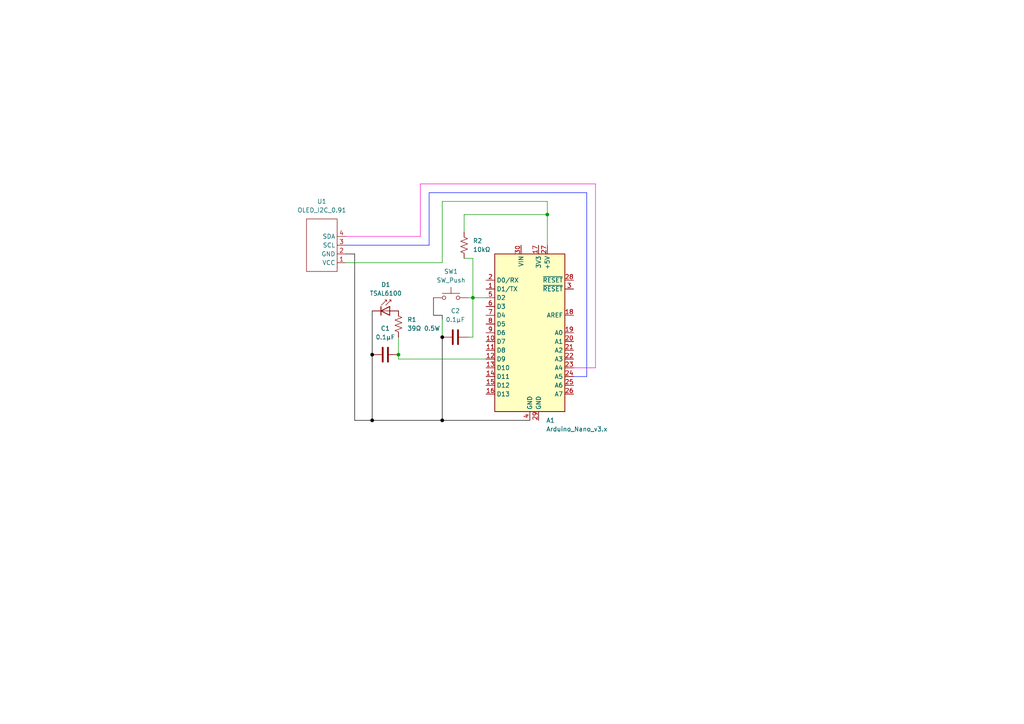
<source format=kicad_sch>
(kicad_sch
	(version 20231120)
	(generator "eeschema")
	(generator_version "8.0")
	(uuid "a19f8a81-6bb9-467e-90d9-70d5e85da9a6")
	(paper "A4")
	(title_block
		(title "IR Beacon")
	)
	(lib_symbols
		(symbol "Device:C"
			(pin_numbers hide)
			(pin_names
				(offset 0.254)
			)
			(exclude_from_sim no)
			(in_bom yes)
			(on_board yes)
			(property "Reference" "C"
				(at 0.635 2.54 0)
				(effects
					(font
						(size 1.27 1.27)
					)
					(justify left)
				)
			)
			(property "Value" "C"
				(at 0.635 -2.54 0)
				(effects
					(font
						(size 1.27 1.27)
					)
					(justify left)
				)
			)
			(property "Footprint" ""
				(at 0.9652 -3.81 0)
				(effects
					(font
						(size 1.27 1.27)
					)
					(hide yes)
				)
			)
			(property "Datasheet" "~"
				(at 0 0 0)
				(effects
					(font
						(size 1.27 1.27)
					)
					(hide yes)
				)
			)
			(property "Description" "Unpolarized capacitor"
				(at 0 0 0)
				(effects
					(font
						(size 1.27 1.27)
					)
					(hide yes)
				)
			)
			(property "ki_keywords" "cap capacitor"
				(at 0 0 0)
				(effects
					(font
						(size 1.27 1.27)
					)
					(hide yes)
				)
			)
			(property "ki_fp_filters" "C_*"
				(at 0 0 0)
				(effects
					(font
						(size 1.27 1.27)
					)
					(hide yes)
				)
			)
			(symbol "C_0_1"
				(polyline
					(pts
						(xy -2.032 -0.762) (xy 2.032 -0.762)
					)
					(stroke
						(width 0.508)
						(type default)
					)
					(fill
						(type none)
					)
				)
				(polyline
					(pts
						(xy -2.032 0.762) (xy 2.032 0.762)
					)
					(stroke
						(width 0.508)
						(type default)
					)
					(fill
						(type none)
					)
				)
			)
			(symbol "C_1_1"
				(pin passive line
					(at 0 3.81 270)
					(length 2.794)
					(name "~"
						(effects
							(font
								(size 1.27 1.27)
							)
						)
					)
					(number "1"
						(effects
							(font
								(size 1.27 1.27)
							)
						)
					)
				)
				(pin passive line
					(at 0 -3.81 90)
					(length 2.794)
					(name "~"
						(effects
							(font
								(size 1.27 1.27)
							)
						)
					)
					(number "2"
						(effects
							(font
								(size 1.27 1.27)
							)
						)
					)
				)
			)
		)
		(symbol "Device:R_US"
			(pin_numbers hide)
			(pin_names
				(offset 0)
			)
			(exclude_from_sim no)
			(in_bom yes)
			(on_board yes)
			(property "Reference" "R"
				(at 2.54 0 90)
				(effects
					(font
						(size 1.27 1.27)
					)
				)
			)
			(property "Value" "R_US"
				(at -2.54 0 90)
				(effects
					(font
						(size 1.27 1.27)
					)
				)
			)
			(property "Footprint" ""
				(at 1.016 -0.254 90)
				(effects
					(font
						(size 1.27 1.27)
					)
					(hide yes)
				)
			)
			(property "Datasheet" "~"
				(at 0 0 0)
				(effects
					(font
						(size 1.27 1.27)
					)
					(hide yes)
				)
			)
			(property "Description" "Resistor, US symbol"
				(at 0 0 0)
				(effects
					(font
						(size 1.27 1.27)
					)
					(hide yes)
				)
			)
			(property "ki_keywords" "R res resistor"
				(at 0 0 0)
				(effects
					(font
						(size 1.27 1.27)
					)
					(hide yes)
				)
			)
			(property "ki_fp_filters" "R_*"
				(at 0 0 0)
				(effects
					(font
						(size 1.27 1.27)
					)
					(hide yes)
				)
			)
			(symbol "R_US_0_1"
				(polyline
					(pts
						(xy 0 -2.286) (xy 0 -2.54)
					)
					(stroke
						(width 0)
						(type default)
					)
					(fill
						(type none)
					)
				)
				(polyline
					(pts
						(xy 0 2.286) (xy 0 2.54)
					)
					(stroke
						(width 0)
						(type default)
					)
					(fill
						(type none)
					)
				)
				(polyline
					(pts
						(xy 0 -0.762) (xy 1.016 -1.143) (xy 0 -1.524) (xy -1.016 -1.905) (xy 0 -2.286)
					)
					(stroke
						(width 0)
						(type default)
					)
					(fill
						(type none)
					)
				)
				(polyline
					(pts
						(xy 0 0.762) (xy 1.016 0.381) (xy 0 0) (xy -1.016 -0.381) (xy 0 -0.762)
					)
					(stroke
						(width 0)
						(type default)
					)
					(fill
						(type none)
					)
				)
				(polyline
					(pts
						(xy 0 2.286) (xy 1.016 1.905) (xy 0 1.524) (xy -1.016 1.143) (xy 0 0.762)
					)
					(stroke
						(width 0)
						(type default)
					)
					(fill
						(type none)
					)
				)
			)
			(symbol "R_US_1_1"
				(pin passive line
					(at 0 3.81 270)
					(length 1.27)
					(name "~"
						(effects
							(font
								(size 1.27 1.27)
							)
						)
					)
					(number "1"
						(effects
							(font
								(size 1.27 1.27)
							)
						)
					)
				)
				(pin passive line
					(at 0 -3.81 90)
					(length 1.27)
					(name "~"
						(effects
							(font
								(size 1.27 1.27)
							)
						)
					)
					(number "2"
						(effects
							(font
								(size 1.27 1.27)
							)
						)
					)
				)
			)
		)
		(symbol "KB:OLED_I2C"
			(exclude_from_sim no)
			(in_bom yes)
			(on_board yes)
			(property "Reference" "U"
				(at 1.27 -3.81 0)
				(effects
					(font
						(size 1.27 1.27)
					)
				)
			)
			(property "Value" "OLED_I2C_0.91"
				(at -7.112 8.636 0)
				(effects
					(font
						(size 1.27 1.27)
					)
				)
			)
			(property "Footprint" ""
				(at 1.27 -3.81 0)
				(effects
					(font
						(size 1.27 1.27)
					)
					(hide yes)
				)
			)
			(property "Datasheet" ""
				(at 1.27 -3.81 0)
				(effects
					(font
						(size 1.27 1.27)
					)
					(hide yes)
				)
			)
			(property "Description" "0.91\" I2C OLED Display Module"
				(at -5.334 10.922 0)
				(effects
					(font
						(size 1.27 1.27)
					)
					(hide yes)
				)
			)
			(property "ki_locked" ""
				(at 0 0 0)
				(effects
					(font
						(size 1.27 1.27)
					)
				)
			)
			(property "ki_keywords" "OLED display I2C SSD1306"
				(at 0 0 0)
				(effects
					(font
						(size 1.27 1.27)
					)
					(hide yes)
				)
			)
			(symbol "OLED_I2C_1_1"
				(rectangle
					(start -11.43 7.62)
					(end -2.54 -7.62)
					(stroke
						(width 0)
						(type default)
					)
					(fill
						(type none)
					)
				)
				(pin power_in line
					(at 0 -5.08 180)
					(length 2.54)
					(name "VCC"
						(effects
							(font
								(size 1.27 1.27)
							)
						)
					)
					(number "1"
						(effects
							(font
								(size 1.27 1.27)
							)
						)
					)
				)
				(pin power_in line
					(at 0 -2.54 180)
					(length 2.54)
					(name "GND"
						(effects
							(font
								(size 1.27 1.27)
							)
						)
					)
					(number "2"
						(effects
							(font
								(size 1.27 1.27)
							)
						)
					)
				)
				(pin input line
					(at 0 0 180)
					(length 2.54)
					(name "SCL"
						(effects
							(font
								(size 1.27 1.27)
							)
						)
					)
					(number "3"
						(effects
							(font
								(size 1.27 1.27)
							)
						)
					)
				)
				(pin bidirectional line
					(at 0 2.54 180)
					(length 2.54)
					(name "SDA"
						(effects
							(font
								(size 1.27 1.27)
							)
						)
					)
					(number "4"
						(effects
							(font
								(size 1.27 1.27)
							)
						)
					)
				)
			)
		)
		(symbol "LED:TSAL4400"
			(pin_numbers hide)
			(pin_names
				(offset 1.016) hide)
			(exclude_from_sim no)
			(in_bom yes)
			(on_board yes)
			(property "Reference" "D"
				(at 0.508 1.778 0)
				(effects
					(font
						(size 1.27 1.27)
					)
					(justify left)
				)
			)
			(property "Value" "TSAL4400"
				(at -1.016 -2.794 0)
				(effects
					(font
						(size 1.27 1.27)
					)
				)
			)
			(property "Footprint" "LED_THT:LED_D3.0mm_IRBlack"
				(at 0 4.445 0)
				(effects
					(font
						(size 1.27 1.27)
					)
					(hide yes)
				)
			)
			(property "Datasheet" "http://www.vishay.com/docs/81006/tsal4400.pdf"
				(at -1.27 0 0)
				(effects
					(font
						(size 1.27 1.27)
					)
					(hide yes)
				)
			)
			(property "Description" "Infrared LED , 3mm LED package"
				(at 0 0 0)
				(effects
					(font
						(size 1.27 1.27)
					)
					(hide yes)
				)
			)
			(property "ki_keywords" "opto IR LED"
				(at 0 0 0)
				(effects
					(font
						(size 1.27 1.27)
					)
					(hide yes)
				)
			)
			(property "ki_fp_filters" "LED*3.0mm*IRBlack*"
				(at 0 0 0)
				(effects
					(font
						(size 1.27 1.27)
					)
					(hide yes)
				)
			)
			(symbol "TSAL4400_0_1"
				(polyline
					(pts
						(xy -2.54 1.27) (xy -2.54 -1.27)
					)
					(stroke
						(width 0.254)
						(type default)
					)
					(fill
						(type none)
					)
				)
				(polyline
					(pts
						(xy 0 0) (xy -2.54 0)
					)
					(stroke
						(width 0)
						(type default)
					)
					(fill
						(type none)
					)
				)
				(polyline
					(pts
						(xy 0.381 3.175) (xy -0.127 3.175)
					)
					(stroke
						(width 0)
						(type default)
					)
					(fill
						(type none)
					)
				)
				(polyline
					(pts
						(xy -1.143 1.651) (xy 0.381 3.175) (xy 0.381 2.667)
					)
					(stroke
						(width 0)
						(type default)
					)
					(fill
						(type none)
					)
				)
				(polyline
					(pts
						(xy 0 1.27) (xy -2.54 0) (xy 0 -1.27) (xy 0 1.27)
					)
					(stroke
						(width 0.254)
						(type default)
					)
					(fill
						(type none)
					)
				)
				(polyline
					(pts
						(xy -2.413 1.651) (xy -0.889 3.175) (xy -0.889 2.667) (xy -0.889 3.175) (xy -1.397 3.175)
					)
					(stroke
						(width 0)
						(type default)
					)
					(fill
						(type none)
					)
				)
			)
			(symbol "TSAL4400_1_1"
				(pin passive line
					(at -5.08 0 0)
					(length 2.54)
					(name "K"
						(effects
							(font
								(size 1.27 1.27)
							)
						)
					)
					(number "1"
						(effects
							(font
								(size 1.27 1.27)
							)
						)
					)
				)
				(pin passive line
					(at 2.54 0 180)
					(length 2.54)
					(name "A"
						(effects
							(font
								(size 1.27 1.27)
							)
						)
					)
					(number "2"
						(effects
							(font
								(size 1.27 1.27)
							)
						)
					)
				)
			)
		)
		(symbol "MCU_Module:Arduino_Nano_v3.x"
			(exclude_from_sim no)
			(in_bom yes)
			(on_board yes)
			(property "Reference" "A"
				(at -10.16 23.495 0)
				(effects
					(font
						(size 1.27 1.27)
					)
					(justify left bottom)
				)
			)
			(property "Value" "Arduino_Nano_v3.x"
				(at 5.08 -24.13 0)
				(effects
					(font
						(size 1.27 1.27)
					)
					(justify left top)
				)
			)
			(property "Footprint" "Module:Arduino_Nano"
				(at 0 0 0)
				(effects
					(font
						(size 1.27 1.27)
						(italic yes)
					)
					(hide yes)
				)
			)
			(property "Datasheet" "http://www.mouser.com/pdfdocs/Gravitech_Arduino_Nano3_0.pdf"
				(at 0 0 0)
				(effects
					(font
						(size 1.27 1.27)
					)
					(hide yes)
				)
			)
			(property "Description" "Arduino Nano v3.x"
				(at 0 0 0)
				(effects
					(font
						(size 1.27 1.27)
					)
					(hide yes)
				)
			)
			(property "ki_keywords" "Arduino nano microcontroller module USB"
				(at 0 0 0)
				(effects
					(font
						(size 1.27 1.27)
					)
					(hide yes)
				)
			)
			(property "ki_fp_filters" "Arduino*Nano*"
				(at 0 0 0)
				(effects
					(font
						(size 1.27 1.27)
					)
					(hide yes)
				)
			)
			(symbol "Arduino_Nano_v3.x_0_1"
				(rectangle
					(start -10.16 22.86)
					(end 10.16 -22.86)
					(stroke
						(width 0.254)
						(type default)
					)
					(fill
						(type background)
					)
				)
			)
			(symbol "Arduino_Nano_v3.x_1_1"
				(pin bidirectional line
					(at -12.7 12.7 0)
					(length 2.54)
					(name "D1/TX"
						(effects
							(font
								(size 1.27 1.27)
							)
						)
					)
					(number "1"
						(effects
							(font
								(size 1.27 1.27)
							)
						)
					)
				)
				(pin bidirectional line
					(at -12.7 -2.54 0)
					(length 2.54)
					(name "D7"
						(effects
							(font
								(size 1.27 1.27)
							)
						)
					)
					(number "10"
						(effects
							(font
								(size 1.27 1.27)
							)
						)
					)
				)
				(pin bidirectional line
					(at -12.7 -5.08 0)
					(length 2.54)
					(name "D8"
						(effects
							(font
								(size 1.27 1.27)
							)
						)
					)
					(number "11"
						(effects
							(font
								(size 1.27 1.27)
							)
						)
					)
				)
				(pin bidirectional line
					(at -12.7 -7.62 0)
					(length 2.54)
					(name "D9"
						(effects
							(font
								(size 1.27 1.27)
							)
						)
					)
					(number "12"
						(effects
							(font
								(size 1.27 1.27)
							)
						)
					)
				)
				(pin bidirectional line
					(at -12.7 -10.16 0)
					(length 2.54)
					(name "D10"
						(effects
							(font
								(size 1.27 1.27)
							)
						)
					)
					(number "13"
						(effects
							(font
								(size 1.27 1.27)
							)
						)
					)
				)
				(pin bidirectional line
					(at -12.7 -12.7 0)
					(length 2.54)
					(name "D11"
						(effects
							(font
								(size 1.27 1.27)
							)
						)
					)
					(number "14"
						(effects
							(font
								(size 1.27 1.27)
							)
						)
					)
				)
				(pin bidirectional line
					(at -12.7 -15.24 0)
					(length 2.54)
					(name "D12"
						(effects
							(font
								(size 1.27 1.27)
							)
						)
					)
					(number "15"
						(effects
							(font
								(size 1.27 1.27)
							)
						)
					)
				)
				(pin bidirectional line
					(at -12.7 -17.78 0)
					(length 2.54)
					(name "D13"
						(effects
							(font
								(size 1.27 1.27)
							)
						)
					)
					(number "16"
						(effects
							(font
								(size 1.27 1.27)
							)
						)
					)
				)
				(pin power_out line
					(at 2.54 25.4 270)
					(length 2.54)
					(name "3V3"
						(effects
							(font
								(size 1.27 1.27)
							)
						)
					)
					(number "17"
						(effects
							(font
								(size 1.27 1.27)
							)
						)
					)
				)
				(pin input line
					(at 12.7 5.08 180)
					(length 2.54)
					(name "AREF"
						(effects
							(font
								(size 1.27 1.27)
							)
						)
					)
					(number "18"
						(effects
							(font
								(size 1.27 1.27)
							)
						)
					)
				)
				(pin bidirectional line
					(at 12.7 0 180)
					(length 2.54)
					(name "A0"
						(effects
							(font
								(size 1.27 1.27)
							)
						)
					)
					(number "19"
						(effects
							(font
								(size 1.27 1.27)
							)
						)
					)
				)
				(pin bidirectional line
					(at -12.7 15.24 0)
					(length 2.54)
					(name "D0/RX"
						(effects
							(font
								(size 1.27 1.27)
							)
						)
					)
					(number "2"
						(effects
							(font
								(size 1.27 1.27)
							)
						)
					)
				)
				(pin bidirectional line
					(at 12.7 -2.54 180)
					(length 2.54)
					(name "A1"
						(effects
							(font
								(size 1.27 1.27)
							)
						)
					)
					(number "20"
						(effects
							(font
								(size 1.27 1.27)
							)
						)
					)
				)
				(pin bidirectional line
					(at 12.7 -5.08 180)
					(length 2.54)
					(name "A2"
						(effects
							(font
								(size 1.27 1.27)
							)
						)
					)
					(number "21"
						(effects
							(font
								(size 1.27 1.27)
							)
						)
					)
				)
				(pin bidirectional line
					(at 12.7 -7.62 180)
					(length 2.54)
					(name "A3"
						(effects
							(font
								(size 1.27 1.27)
							)
						)
					)
					(number "22"
						(effects
							(font
								(size 1.27 1.27)
							)
						)
					)
				)
				(pin bidirectional line
					(at 12.7 -10.16 180)
					(length 2.54)
					(name "A4"
						(effects
							(font
								(size 1.27 1.27)
							)
						)
					)
					(number "23"
						(effects
							(font
								(size 1.27 1.27)
							)
						)
					)
				)
				(pin bidirectional line
					(at 12.7 -12.7 180)
					(length 2.54)
					(name "A5"
						(effects
							(font
								(size 1.27 1.27)
							)
						)
					)
					(number "24"
						(effects
							(font
								(size 1.27 1.27)
							)
						)
					)
				)
				(pin bidirectional line
					(at 12.7 -15.24 180)
					(length 2.54)
					(name "A6"
						(effects
							(font
								(size 1.27 1.27)
							)
						)
					)
					(number "25"
						(effects
							(font
								(size 1.27 1.27)
							)
						)
					)
				)
				(pin bidirectional line
					(at 12.7 -17.78 180)
					(length 2.54)
					(name "A7"
						(effects
							(font
								(size 1.27 1.27)
							)
						)
					)
					(number "26"
						(effects
							(font
								(size 1.27 1.27)
							)
						)
					)
				)
				(pin power_out line
					(at 5.08 25.4 270)
					(length 2.54)
					(name "+5V"
						(effects
							(font
								(size 1.27 1.27)
							)
						)
					)
					(number "27"
						(effects
							(font
								(size 1.27 1.27)
							)
						)
					)
				)
				(pin input line
					(at 12.7 15.24 180)
					(length 2.54)
					(name "~{RESET}"
						(effects
							(font
								(size 1.27 1.27)
							)
						)
					)
					(number "28"
						(effects
							(font
								(size 1.27 1.27)
							)
						)
					)
				)
				(pin power_in line
					(at 2.54 -25.4 90)
					(length 2.54)
					(name "GND"
						(effects
							(font
								(size 1.27 1.27)
							)
						)
					)
					(number "29"
						(effects
							(font
								(size 1.27 1.27)
							)
						)
					)
				)
				(pin input line
					(at 12.7 12.7 180)
					(length 2.54)
					(name "~{RESET}"
						(effects
							(font
								(size 1.27 1.27)
							)
						)
					)
					(number "3"
						(effects
							(font
								(size 1.27 1.27)
							)
						)
					)
				)
				(pin power_in line
					(at -2.54 25.4 270)
					(length 2.54)
					(name "VIN"
						(effects
							(font
								(size 1.27 1.27)
							)
						)
					)
					(number "30"
						(effects
							(font
								(size 1.27 1.27)
							)
						)
					)
				)
				(pin power_in line
					(at 0 -25.4 90)
					(length 2.54)
					(name "GND"
						(effects
							(font
								(size 1.27 1.27)
							)
						)
					)
					(number "4"
						(effects
							(font
								(size 1.27 1.27)
							)
						)
					)
				)
				(pin bidirectional line
					(at -12.7 10.16 0)
					(length 2.54)
					(name "D2"
						(effects
							(font
								(size 1.27 1.27)
							)
						)
					)
					(number "5"
						(effects
							(font
								(size 1.27 1.27)
							)
						)
					)
				)
				(pin bidirectional line
					(at -12.7 7.62 0)
					(length 2.54)
					(name "D3"
						(effects
							(font
								(size 1.27 1.27)
							)
						)
					)
					(number "6"
						(effects
							(font
								(size 1.27 1.27)
							)
						)
					)
				)
				(pin bidirectional line
					(at -12.7 5.08 0)
					(length 2.54)
					(name "D4"
						(effects
							(font
								(size 1.27 1.27)
							)
						)
					)
					(number "7"
						(effects
							(font
								(size 1.27 1.27)
							)
						)
					)
				)
				(pin bidirectional line
					(at -12.7 2.54 0)
					(length 2.54)
					(name "D5"
						(effects
							(font
								(size 1.27 1.27)
							)
						)
					)
					(number "8"
						(effects
							(font
								(size 1.27 1.27)
							)
						)
					)
				)
				(pin bidirectional line
					(at -12.7 0 0)
					(length 2.54)
					(name "D6"
						(effects
							(font
								(size 1.27 1.27)
							)
						)
					)
					(number "9"
						(effects
							(font
								(size 1.27 1.27)
							)
						)
					)
				)
			)
		)
		(symbol "Switch:SW_Push"
			(pin_numbers hide)
			(pin_names
				(offset 1.016) hide)
			(exclude_from_sim no)
			(in_bom yes)
			(on_board yes)
			(property "Reference" "SW"
				(at 1.27 2.54 0)
				(effects
					(font
						(size 1.27 1.27)
					)
					(justify left)
				)
			)
			(property "Value" "SW_Push"
				(at 0 -1.524 0)
				(effects
					(font
						(size 1.27 1.27)
					)
				)
			)
			(property "Footprint" ""
				(at 0 5.08 0)
				(effects
					(font
						(size 1.27 1.27)
					)
					(hide yes)
				)
			)
			(property "Datasheet" "~"
				(at 0 5.08 0)
				(effects
					(font
						(size 1.27 1.27)
					)
					(hide yes)
				)
			)
			(property "Description" "Push button switch, generic, two pins"
				(at 0 0 0)
				(effects
					(font
						(size 1.27 1.27)
					)
					(hide yes)
				)
			)
			(property "ki_keywords" "switch normally-open pushbutton push-button"
				(at 0 0 0)
				(effects
					(font
						(size 1.27 1.27)
					)
					(hide yes)
				)
			)
			(symbol "SW_Push_0_1"
				(circle
					(center -2.032 0)
					(radius 0.508)
					(stroke
						(width 0)
						(type default)
					)
					(fill
						(type none)
					)
				)
				(polyline
					(pts
						(xy 0 1.27) (xy 0 3.048)
					)
					(stroke
						(width 0)
						(type default)
					)
					(fill
						(type none)
					)
				)
				(polyline
					(pts
						(xy 2.54 1.27) (xy -2.54 1.27)
					)
					(stroke
						(width 0)
						(type default)
					)
					(fill
						(type none)
					)
				)
				(circle
					(center 2.032 0)
					(radius 0.508)
					(stroke
						(width 0)
						(type default)
					)
					(fill
						(type none)
					)
				)
				(pin passive line
					(at -5.08 0 0)
					(length 2.54)
					(name "1"
						(effects
							(font
								(size 1.27 1.27)
							)
						)
					)
					(number "1"
						(effects
							(font
								(size 1.27 1.27)
							)
						)
					)
				)
				(pin passive line
					(at 5.08 0 180)
					(length 2.54)
					(name "2"
						(effects
							(font
								(size 1.27 1.27)
							)
						)
					)
					(number "2"
						(effects
							(font
								(size 1.27 1.27)
							)
						)
					)
				)
			)
		)
	)
	(junction
		(at 107.95 102.87)
		(diameter 0)
		(color 0 0 0 1)
		(uuid "1039e24c-0337-4787-9998-9e57d5724aa3")
	)
	(junction
		(at 128.27 97.79)
		(diameter 0)
		(color 0 0 0 1)
		(uuid "423b64b4-53a1-47a9-aa4b-979f337feec1")
	)
	(junction
		(at 128.27 121.92)
		(diameter 0)
		(color 0 0 0 1)
		(uuid "548b4f0e-b40b-4ac8-b401-82ecacd31460")
	)
	(junction
		(at 158.75 62.23)
		(diameter 0)
		(color 0 0 0 0)
		(uuid "c6573f6c-3f78-4514-b4fb-837509bfd8f5")
	)
	(junction
		(at 115.57 102.87)
		(diameter 0)
		(color 0 0 0 0)
		(uuid "cd257ee9-de10-4ab5-ae73-60301b71470d")
	)
	(junction
		(at 137.16 86.36)
		(diameter 0)
		(color 0 0 0 0)
		(uuid "f08c9050-c9d1-43ce-872d-69ef1e3fa40d")
	)
	(junction
		(at 107.95 121.92)
		(diameter 0)
		(color 0 0 0 1)
		(uuid "f4128ea3-3474-4d5d-800b-f9c138c1f003")
	)
	(wire
		(pts
			(xy 170.18 55.88) (xy 124.46 55.88)
		)
		(stroke
			(width 0)
			(type default)
			(color 0 16 255 1)
		)
		(uuid "03fbc27d-a84e-4ef1-b6c6-52ff6447b4dd")
	)
	(wire
		(pts
			(xy 128.27 91.44) (xy 128.27 97.79)
		)
		(stroke
			(width 0)
			(type default)
			(color 0 0 0 1)
		)
		(uuid "07b0d3f9-d43e-4f3c-a056-24ff47cb3191")
	)
	(wire
		(pts
			(xy 158.75 58.42) (xy 158.75 62.23)
		)
		(stroke
			(width 0)
			(type default)
		)
		(uuid "0e5ec35b-740c-4a42-a57a-b7c4dafb1c83")
	)
	(wire
		(pts
			(xy 135.89 97.79) (xy 137.16 97.79)
		)
		(stroke
			(width 0)
			(type default)
		)
		(uuid "100e3668-78c1-4f27-bcd6-927162b01783")
	)
	(wire
		(pts
			(xy 128.27 121.92) (xy 153.67 121.92)
		)
		(stroke
			(width 0)
			(type default)
			(color 0 0 0 1)
		)
		(uuid "1435beea-0fc9-4bea-8843-ae0e88e996bc")
	)
	(wire
		(pts
			(xy 137.16 74.93) (xy 134.62 74.93)
		)
		(stroke
			(width 0)
			(type default)
		)
		(uuid "18f39c04-a13b-4538-823a-b90bd623a013")
	)
	(wire
		(pts
			(xy 140.97 104.14) (xy 115.57 104.14)
		)
		(stroke
			(width 0)
			(type default)
		)
		(uuid "2907116d-349b-4b5b-a7e3-537a51db7ba2")
	)
	(wire
		(pts
			(xy 137.16 86.36) (xy 140.97 86.36)
		)
		(stroke
			(width 0)
			(type default)
		)
		(uuid "2a9f48ab-7898-4d78-8b04-f4a034f8bb6c")
	)
	(wire
		(pts
			(xy 134.62 67.31) (xy 134.62 62.23)
		)
		(stroke
			(width 0)
			(type default)
		)
		(uuid "2be19d1c-1a3e-4ecd-8535-8bcfc29c552e")
	)
	(wire
		(pts
			(xy 100.33 71.12) (xy 124.46 71.12)
		)
		(stroke
			(width 0)
			(type default)
			(color 0 16 255 1)
		)
		(uuid "3a437c94-859d-4a7e-b399-2c28e85b1107")
	)
	(wire
		(pts
			(xy 121.92 53.34) (xy 121.92 68.58)
		)
		(stroke
			(width 0)
			(type default)
			(color 255 0 210 1)
		)
		(uuid "4a766eef-5f94-44d4-9cca-19bc6da7b834")
	)
	(wire
		(pts
			(xy 125.73 91.44) (xy 128.27 91.44)
		)
		(stroke
			(width 0)
			(type default)
			(color 0 0 0 1)
		)
		(uuid "4df67c3e-eee3-49ad-9f45-40dca6a31564")
	)
	(wire
		(pts
			(xy 137.16 86.36) (xy 137.16 74.93)
		)
		(stroke
			(width 0)
			(type default)
		)
		(uuid "607b417f-27e4-4bc2-9a23-afcd4f13058d")
	)
	(wire
		(pts
			(xy 100.33 76.2) (xy 128.27 76.2)
		)
		(stroke
			(width 0)
			(type default)
		)
		(uuid "71c55f28-5898-477e-b2fa-91b5451d18bf")
	)
	(wire
		(pts
			(xy 134.62 62.23) (xy 158.75 62.23)
		)
		(stroke
			(width 0)
			(type default)
		)
		(uuid "732d559a-531a-4a80-bd3c-1468b7911b00")
	)
	(wire
		(pts
			(xy 124.46 55.88) (xy 124.46 71.12)
		)
		(stroke
			(width 0)
			(type default)
			(color 0 16 255 1)
		)
		(uuid "7fde93c5-b7bd-410d-bf3f-0074c87ff0cf")
	)
	(wire
		(pts
			(xy 170.18 109.22) (xy 170.18 55.88)
		)
		(stroke
			(width 0)
			(type default)
			(color 0 16 255 1)
		)
		(uuid "85bffda2-a850-4266-bb32-3dea46676666")
	)
	(wire
		(pts
			(xy 107.95 102.87) (xy 107.95 121.92)
		)
		(stroke
			(width 0)
			(type default)
			(color 0 0 0 1)
		)
		(uuid "8b75e5b3-5007-45e2-ba86-c6d89cd0423f")
	)
	(wire
		(pts
			(xy 128.27 97.79) (xy 128.27 121.92)
		)
		(stroke
			(width 0)
			(type default)
			(color 0 0 0 1)
		)
		(uuid "8e609e24-d779-4b65-a1bb-83d22a677d95")
	)
	(wire
		(pts
			(xy 172.72 53.34) (xy 121.92 53.34)
		)
		(stroke
			(width 0)
			(type default)
			(color 255 0 210 1)
		)
		(uuid "8ea1b6fb-c0b4-4d67-8f0c-dd9d40fe202b")
	)
	(wire
		(pts
			(xy 102.87 73.66) (xy 102.87 121.92)
		)
		(stroke
			(width 0)
			(type default)
			(color 0 0 0 1)
		)
		(uuid "933411dd-d5d0-4dc1-8724-db874455f1eb")
	)
	(wire
		(pts
			(xy 107.95 121.92) (xy 128.27 121.92)
		)
		(stroke
			(width 0)
			(type default)
			(color 0 0 0 1)
		)
		(uuid "9705fea5-7c37-48d2-9da1-d0b5eaa12238")
	)
	(wire
		(pts
			(xy 100.33 73.66) (xy 102.87 73.66)
		)
		(stroke
			(width 0)
			(type default)
			(color 0 0 0 1)
		)
		(uuid "9b30e852-a467-4c62-8ef4-aecc5adb1f78")
	)
	(wire
		(pts
			(xy 121.92 68.58) (xy 100.33 68.58)
		)
		(stroke
			(width 0)
			(type default)
			(color 255 0 210 1)
		)
		(uuid "a00375e0-9094-4e46-821e-3c9e77bc3372")
	)
	(wire
		(pts
			(xy 128.27 76.2) (xy 128.27 58.42)
		)
		(stroke
			(width 0)
			(type default)
		)
		(uuid "a8db98db-d3ce-47d5-ac82-facc1b0a8dc3")
	)
	(wire
		(pts
			(xy 135.89 86.36) (xy 137.16 86.36)
		)
		(stroke
			(width 0)
			(type default)
		)
		(uuid "a976e906-5cbe-433e-a999-4cb3e435190e")
	)
	(wire
		(pts
			(xy 115.57 102.87) (xy 115.57 97.79)
		)
		(stroke
			(width 0)
			(type default)
		)
		(uuid "c111a7bb-9be9-4ace-a9af-cf09230fa226")
	)
	(wire
		(pts
			(xy 115.57 104.14) (xy 115.57 102.87)
		)
		(stroke
			(width 0)
			(type default)
		)
		(uuid "c1ee66a9-cd2d-4a4f-8f3e-7b6962ae0c04")
	)
	(wire
		(pts
			(xy 166.37 109.22) (xy 170.18 109.22)
		)
		(stroke
			(width 0)
			(type default)
			(color 0 16 255 1)
		)
		(uuid "c334c68d-2b64-4a48-af6c-84386947280a")
	)
	(wire
		(pts
			(xy 166.37 106.68) (xy 172.72 106.68)
		)
		(stroke
			(width 0)
			(type default)
			(color 255 0 210 1)
		)
		(uuid "c5ab628a-5092-479a-8b27-89eccd7113f6")
	)
	(wire
		(pts
			(xy 158.75 62.23) (xy 158.75 71.12)
		)
		(stroke
			(width 0)
			(type default)
		)
		(uuid "dc5ae89c-61b8-408e-925b-233233a954d2")
	)
	(wire
		(pts
			(xy 128.27 58.42) (xy 158.75 58.42)
		)
		(stroke
			(width 0)
			(type default)
		)
		(uuid "ddb6329f-a62f-4682-9151-7c545e7e2764")
	)
	(wire
		(pts
			(xy 102.87 121.92) (xy 107.95 121.92)
		)
		(stroke
			(width 0)
			(type default)
			(color 0 0 0 1)
		)
		(uuid "e67b5eda-3837-4826-9995-9daadff835a3")
	)
	(wire
		(pts
			(xy 137.16 86.36) (xy 137.16 97.79)
		)
		(stroke
			(width 0)
			(type default)
		)
		(uuid "ef089f04-cabd-4586-998e-229d9fa7e73e")
	)
	(wire
		(pts
			(xy 128.27 92.71) (xy 128.27 97.79)
		)
		(stroke
			(width 0)
			(type default)
		)
		(uuid "ef9a93f6-839a-4928-9680-4cfe40305c36")
	)
	(wire
		(pts
			(xy 125.73 86.36) (xy 125.73 91.44)
		)
		(stroke
			(width 0)
			(type default)
			(color 0 0 0 1)
		)
		(uuid "f662a66e-35af-4685-93c9-2978d9368693")
	)
	(wire
		(pts
			(xy 172.72 106.68) (xy 172.72 53.34)
		)
		(stroke
			(width 0)
			(type default)
			(color 255 0 210 1)
		)
		(uuid "faad4b1a-d49e-4d3e-a03d-9d35f45d7e8d")
	)
	(wire
		(pts
			(xy 107.95 90.17) (xy 107.95 102.87)
		)
		(stroke
			(width 0)
			(type default)
			(color 0 0 0 1)
		)
		(uuid "fbea627d-9fa8-427f-b1d0-307ab7e05a20")
	)
	(symbol
		(lib_id "KB:OLED_I2C")
		(at 100.33 71.12 0)
		(unit 1)
		(exclude_from_sim no)
		(in_bom yes)
		(on_board yes)
		(dnp no)
		(fields_autoplaced yes)
		(uuid "091e0438-0056-4df2-94ee-e9d140da8984")
		(property "Reference" "U1"
			(at 93.345 58.42 0)
			(effects
				(font
					(size 1.27 1.27)
				)
			)
		)
		(property "Value" "OLED_I2C_0.91"
			(at 93.345 60.96 0)
			(effects
				(font
					(size 1.27 1.27)
				)
			)
		)
		(property "Footprint" ""
			(at 101.6 74.93 0)
			(effects
				(font
					(size 1.27 1.27)
				)
				(hide yes)
			)
		)
		(property "Datasheet" ""
			(at 101.6 74.93 0)
			(effects
				(font
					(size 1.27 1.27)
				)
				(hide yes)
			)
		)
		(property "Description" "0.91\" I2C OLED Display Module"
			(at 94.996 60.198 0)
			(effects
				(font
					(size 1.27 1.27)
				)
				(hide yes)
			)
		)
		(pin "2"
			(uuid "898d6637-151a-4acd-9dd5-607038486cff")
		)
		(pin "1"
			(uuid "8eb04d8f-f449-4deb-8b14-dd57f8a900a9")
		)
		(pin "4"
			(uuid "c31d247d-b548-4d99-8142-2fe876de0d73")
		)
		(pin "3"
			(uuid "155af247-e28d-4df3-9086-11cea1077d52")
		)
		(instances
			(project ""
				(path "/a19f8a81-6bb9-467e-90d9-70d5e85da9a6"
					(reference "U1")
					(unit 1)
				)
			)
		)
	)
	(symbol
		(lib_id "MCU_Module:Arduino_Nano_v3.x")
		(at 153.67 96.52 0)
		(unit 1)
		(exclude_from_sim no)
		(in_bom yes)
		(on_board yes)
		(dnp no)
		(fields_autoplaced yes)
		(uuid "2bd15c50-b8d3-4bf3-82ed-3f8f7ec8370c")
		(property "Reference" "A1"
			(at 158.4041 121.92 0)
			(effects
				(font
					(size 1.27 1.27)
				)
				(justify left)
			)
		)
		(property "Value" "Arduino_Nano_v3.x"
			(at 158.4041 124.46 0)
			(effects
				(font
					(size 1.27 1.27)
				)
				(justify left)
			)
		)
		(property "Footprint" "Module:Arduino_Nano"
			(at 153.67 96.52 0)
			(effects
				(font
					(size 1.27 1.27)
					(italic yes)
				)
				(hide yes)
			)
		)
		(property "Datasheet" "http://www.mouser.com/pdfdocs/Gravitech_Arduino_Nano3_0.pdf"
			(at 153.67 96.52 0)
			(effects
				(font
					(size 1.27 1.27)
				)
				(hide yes)
			)
		)
		(property "Description" "Arduino Nano v3.x"
			(at 153.67 96.52 0)
			(effects
				(font
					(size 1.27 1.27)
				)
				(hide yes)
			)
		)
		(pin "28"
			(uuid "0b45016b-e7ef-4636-81e8-3a69b84156ba")
		)
		(pin "14"
			(uuid "9d4bf730-ab98-49d0-ae60-23d329035c9f")
		)
		(pin "5"
			(uuid "3c9c21b6-24c3-40ed-b809-25b3f4ab5bb9")
		)
		(pin "24"
			(uuid "bcd5586f-4dcc-421a-9811-d932813eb754")
		)
		(pin "2"
			(uuid "876b7037-c87f-49d7-a239-fa2c53f74262")
		)
		(pin "22"
			(uuid "9d5e1887-bff5-4cf5-b45d-f335517cf641")
		)
		(pin "6"
			(uuid "e5a76d18-4965-4900-a6a6-081cac0c9ea7")
		)
		(pin "29"
			(uuid "ce861732-541c-4a7c-bbf3-62b1893d1023")
		)
		(pin "13"
			(uuid "b24ccd7f-c906-4e5a-b8e5-129a5d9b2da9")
		)
		(pin "27"
			(uuid "9a0934d9-8570-4ab7-aea0-e3b13d436dba")
		)
		(pin "17"
			(uuid "ca4dbbf3-acdc-4595-9d2d-440f4795162a")
		)
		(pin "12"
			(uuid "0e5d42c9-6c87-4f52-ac3f-87bcc2007073")
		)
		(pin "10"
			(uuid "476c62cc-1467-49fe-902b-ac2db62e761e")
		)
		(pin "16"
			(uuid "dd48544e-b914-445d-bd2b-851f396b5e9f")
		)
		(pin "19"
			(uuid "837f4e42-346a-4b7e-bae2-34a49922ef6c")
		)
		(pin "21"
			(uuid "dbde4ce2-92ee-4422-8cd2-14857b5591bf")
		)
		(pin "26"
			(uuid "5d457cc1-a369-459a-84e3-38c8b2b93a0a")
		)
		(pin "8"
			(uuid "ea2be234-a4a5-4bd2-83b1-42eb84a94bbb")
		)
		(pin "4"
			(uuid "1a99ae1e-5777-44af-be66-05b6ea11c5eb")
		)
		(pin "9"
			(uuid "ee1e2be1-3d64-46ee-a747-2434e0145549")
		)
		(pin "1"
			(uuid "9dc95d35-f0c8-4413-a3c2-7ef34640811e")
		)
		(pin "25"
			(uuid "77e240f7-bc0c-4677-b548-dc468a4bb103")
		)
		(pin "3"
			(uuid "b0d9484f-b9a3-45fe-ae22-5346b55a7c9b")
		)
		(pin "15"
			(uuid "ab189314-b079-473a-9c2e-e10d3d5ab270")
		)
		(pin "18"
			(uuid "274dc9ca-09cb-4d61-9aab-bc468ca58e5f")
		)
		(pin "20"
			(uuid "4f4c17f5-30d1-47bb-a912-76c30f793271")
		)
		(pin "30"
			(uuid "0d78fb5d-447d-42f8-9c04-f0fe777b3572")
		)
		(pin "7"
			(uuid "b614806f-67cd-47e3-9dae-30a513332241")
		)
		(pin "11"
			(uuid "695da537-3209-41ec-a386-6deb3210cd2f")
		)
		(pin "23"
			(uuid "c7e7229e-1080-47c8-8d8f-473b0fa9b187")
		)
		(instances
			(project ""
				(path "/a19f8a81-6bb9-467e-90d9-70d5e85da9a6"
					(reference "A1")
					(unit 1)
				)
			)
		)
	)
	(symbol
		(lib_id "Switch:SW_Push")
		(at 130.81 86.36 0)
		(unit 1)
		(exclude_from_sim no)
		(in_bom yes)
		(on_board yes)
		(dnp no)
		(fields_autoplaced yes)
		(uuid "3b8460de-bd01-4852-9cd2-e94b08e543fb")
		(property "Reference" "SW1"
			(at 130.81 78.74 0)
			(effects
				(font
					(size 1.27 1.27)
				)
			)
		)
		(property "Value" "SW_Push"
			(at 130.81 81.28 0)
			(effects
				(font
					(size 1.27 1.27)
				)
			)
		)
		(property "Footprint" ""
			(at 130.81 81.28 0)
			(effects
				(font
					(size 1.27 1.27)
				)
				(hide yes)
			)
		)
		(property "Datasheet" "~"
			(at 130.81 81.28 0)
			(effects
				(font
					(size 1.27 1.27)
				)
				(hide yes)
			)
		)
		(property "Description" "Push button switch, generic, two pins"
			(at 130.81 86.36 0)
			(effects
				(font
					(size 1.27 1.27)
				)
				(hide yes)
			)
		)
		(pin "1"
			(uuid "1dbf1b69-d9f4-405d-b247-daca51af555c")
		)
		(pin "2"
			(uuid "41be9a8a-0a77-49e1-8035-5df1afd1e61e")
		)
		(instances
			(project ""
				(path "/a19f8a81-6bb9-467e-90d9-70d5e85da9a6"
					(reference "SW1")
					(unit 1)
				)
			)
		)
	)
	(symbol
		(lib_id "Device:R_US")
		(at 115.57 93.98 0)
		(unit 1)
		(exclude_from_sim no)
		(in_bom yes)
		(on_board yes)
		(dnp no)
		(fields_autoplaced yes)
		(uuid "3d19bde8-d582-4741-a2d2-b1a48c32516c")
		(property "Reference" "R1"
			(at 118.11 92.7099 0)
			(effects
				(font
					(size 1.27 1.27)
				)
				(justify left)
			)
		)
		(property "Value" "39Ω 0.5W"
			(at 118.11 95.2499 0)
			(effects
				(font
					(size 1.27 1.27)
				)
				(justify left)
			)
		)
		(property "Footprint" ""
			(at 116.586 94.234 90)
			(effects
				(font
					(size 1.27 1.27)
				)
				(hide yes)
			)
		)
		(property "Datasheet" "~"
			(at 115.57 93.98 0)
			(effects
				(font
					(size 1.27 1.27)
				)
				(hide yes)
			)
		)
		(property "Description" "Resistor, US symbol"
			(at 115.57 93.98 0)
			(effects
				(font
					(size 1.27 1.27)
				)
				(hide yes)
			)
		)
		(pin "1"
			(uuid "da87aa02-ea77-48fe-8006-85ccbda22b24")
		)
		(pin "2"
			(uuid "d477cba5-718c-491f-92b2-967258306cb5")
		)
		(instances
			(project ""
				(path "/a19f8a81-6bb9-467e-90d9-70d5e85da9a6"
					(reference "R1")
					(unit 1)
				)
			)
		)
	)
	(symbol
		(lib_id "Device:C")
		(at 111.76 102.87 270)
		(unit 1)
		(exclude_from_sim no)
		(in_bom yes)
		(on_board yes)
		(dnp no)
		(fields_autoplaced yes)
		(uuid "dc05d668-a95a-40f2-a352-4e3d99b0bc6a")
		(property "Reference" "C1"
			(at 111.76 95.25 90)
			(effects
				(font
					(size 1.27 1.27)
				)
			)
		)
		(property "Value" "0.1µF"
			(at 111.76 97.79 90)
			(effects
				(font
					(size 1.27 1.27)
				)
			)
		)
		(property "Footprint" ""
			(at 107.95 103.8352 0)
			(effects
				(font
					(size 1.27 1.27)
				)
				(hide yes)
			)
		)
		(property "Datasheet" "~"
			(at 111.76 102.87 0)
			(effects
				(font
					(size 1.27 1.27)
				)
				(hide yes)
			)
		)
		(property "Description" "Unpolarized capacitor"
			(at 111.76 102.87 0)
			(effects
				(font
					(size 1.27 1.27)
				)
				(hide yes)
			)
		)
		(pin "1"
			(uuid "0ced84a2-725b-4cc7-8a88-93fb5390e3a3")
		)
		(pin "2"
			(uuid "817451e0-f7ff-419d-88ed-e3f62a1c317b")
		)
		(instances
			(project ""
				(path "/a19f8a81-6bb9-467e-90d9-70d5e85da9a6"
					(reference "C1")
					(unit 1)
				)
			)
		)
	)
	(symbol
		(lib_id "Device:C")
		(at 132.08 97.79 270)
		(unit 1)
		(exclude_from_sim no)
		(in_bom yes)
		(on_board yes)
		(dnp no)
		(fields_autoplaced yes)
		(uuid "e45a8eca-00d8-4378-b84d-bdd116452184")
		(property "Reference" "C2"
			(at 132.08 90.17 90)
			(effects
				(font
					(size 1.27 1.27)
				)
			)
		)
		(property "Value" "0.1µF"
			(at 132.08 92.71 90)
			(effects
				(font
					(size 1.27 1.27)
				)
			)
		)
		(property "Footprint" ""
			(at 128.27 98.7552 0)
			(effects
				(font
					(size 1.27 1.27)
				)
				(hide yes)
			)
		)
		(property "Datasheet" "~"
			(at 132.08 97.79 0)
			(effects
				(font
					(size 1.27 1.27)
				)
				(hide yes)
			)
		)
		(property "Description" "Unpolarized capacitor"
			(at 132.08 97.79 0)
			(effects
				(font
					(size 1.27 1.27)
				)
				(hide yes)
			)
		)
		(pin "1"
			(uuid "0d2373bf-b00b-4827-b475-14ce2a7d1b7e")
		)
		(pin "2"
			(uuid "a7662860-1714-48be-86fb-d14fe73fc6f8")
		)
		(instances
			(project "IR_Beacon"
				(path "/a19f8a81-6bb9-467e-90d9-70d5e85da9a6"
					(reference "C2")
					(unit 1)
				)
			)
		)
	)
	(symbol
		(lib_id "Device:R_US")
		(at 134.62 71.12 0)
		(unit 1)
		(exclude_from_sim no)
		(in_bom yes)
		(on_board yes)
		(dnp no)
		(fields_autoplaced yes)
		(uuid "e6f37efd-b1ad-4d3e-a828-bae43f19d4b0")
		(property "Reference" "R2"
			(at 137.16 69.8499 0)
			(effects
				(font
					(size 1.27 1.27)
				)
				(justify left)
			)
		)
		(property "Value" "10kΩ"
			(at 137.16 72.3899 0)
			(effects
				(font
					(size 1.27 1.27)
				)
				(justify left)
			)
		)
		(property "Footprint" ""
			(at 135.636 71.374 90)
			(effects
				(font
					(size 1.27 1.27)
				)
				(hide yes)
			)
		)
		(property "Datasheet" "~"
			(at 134.62 71.12 0)
			(effects
				(font
					(size 1.27 1.27)
				)
				(hide yes)
			)
		)
		(property "Description" "Resistor, US symbol"
			(at 134.62 71.12 0)
			(effects
				(font
					(size 1.27 1.27)
				)
				(hide yes)
			)
		)
		(pin "1"
			(uuid "0405d227-95f8-49f5-a174-0b3438517f6e")
		)
		(pin "2"
			(uuid "0d2b26e8-f365-49c3-9941-2aa359325801")
		)
		(instances
			(project ""
				(path "/a19f8a81-6bb9-467e-90d9-70d5e85da9a6"
					(reference "R2")
					(unit 1)
				)
			)
		)
	)
	(symbol
		(lib_id "LED:TSAL4400")
		(at 113.03 90.17 0)
		(unit 1)
		(exclude_from_sim no)
		(in_bom yes)
		(on_board yes)
		(dnp no)
		(fields_autoplaced yes)
		(uuid "ee8b9323-80cc-4ddd-8f75-eaae657c2896")
		(property "Reference" "D1"
			(at 111.887 82.55 0)
			(effects
				(font
					(size 1.27 1.27)
				)
			)
		)
		(property "Value" "TSAL6100"
			(at 111.887 85.09 0)
			(effects
				(font
					(size 1.27 1.27)
				)
			)
		)
		(property "Footprint" "LED_THT:LED_D3.0mm_IRBlack"
			(at 113.03 85.725 0)
			(effects
				(font
					(size 1.27 1.27)
				)
				(hide yes)
			)
		)
		(property "Datasheet" "http://www.vishay.com/docs/81006/tsal4400.pdf"
			(at 111.76 90.17 0)
			(effects
				(font
					(size 1.27 1.27)
				)
				(hide yes)
			)
		)
		(property "Description" "Infrared LED , 3mm LED package"
			(at 113.03 90.17 0)
			(effects
				(font
					(size 1.27 1.27)
				)
				(hide yes)
			)
		)
		(pin "1"
			(uuid "3da7945d-c9cb-4b5e-97f1-69a495d6f4cb")
		)
		(pin "2"
			(uuid "bc84ab78-006f-41d4-b687-39555b562377")
		)
		(instances
			(project ""
				(path "/a19f8a81-6bb9-467e-90d9-70d5e85da9a6"
					(reference "D1")
					(unit 1)
				)
			)
		)
	)
	(sheet_instances
		(path "/"
			(page "1")
		)
	)
)

</source>
